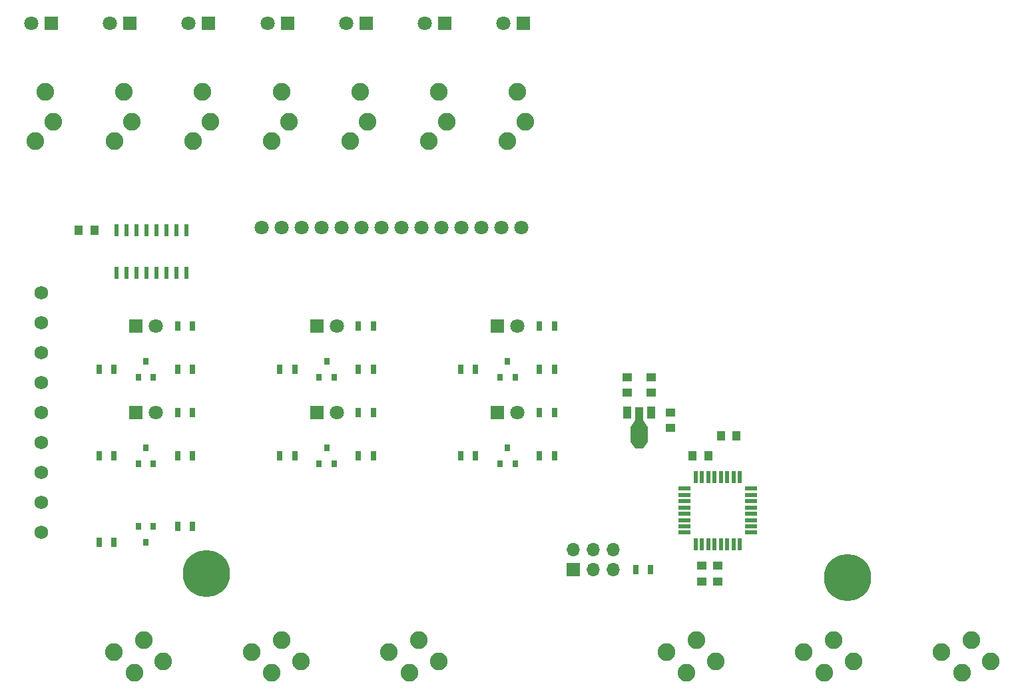
<source format=gts>
G04 #@! TF.GenerationSoftware,KiCad,Pcbnew,(5.1.7)-1*
G04 #@! TF.CreationDate,2022-05-13T22:16:48+02:00*
G04 #@! TF.ProjectId,Anzeige-Modul,416e7a65-6967-4652-9d4d-6f64756c2e6b,rev?*
G04 #@! TF.SameCoordinates,Original*
G04 #@! TF.FileFunction,Soldermask,Top*
G04 #@! TF.FilePolarity,Negative*
%FSLAX46Y46*%
G04 Gerber Fmt 4.6, Leading zero omitted, Abs format (unit mm)*
G04 Created by KiCad (PCBNEW (5.1.7)-1) date 2022-05-13 22:16:48*
%MOMM*%
%LPD*%
G01*
G04 APERTURE LIST*
%ADD10C,1.800000*%
%ADD11C,1.750000*%
%ADD12C,2.250000*%
%ADD13R,1.000000X1.250000*%
%ADD14R,0.600000X1.500000*%
%ADD15R,1.800000X1.800000*%
%ADD16R,0.800000X0.900000*%
%ADD17R,1.250000X1.000000*%
%ADD18R,0.700000X1.300000*%
%ADD19R,0.550000X1.600000*%
%ADD20R,1.600000X0.550000*%
%ADD21C,0.100000*%
%ADD22R,2.200000X1.840000*%
%ADD23R,1.000000X1.500000*%
%ADD24R,1.000000X1.800000*%
%ADD25R,1.700000X1.700000*%
%ADD26O,1.700000X1.700000*%
%ADD27C,6.000000*%
G04 APERTURE END LIST*
D10*
X82480000Y-49000000D03*
X79940000Y-49000000D03*
X77400000Y-49000000D03*
X74860000Y-49000000D03*
X72320000Y-49000000D03*
X69780000Y-49000000D03*
X67240000Y-49000000D03*
X64700000Y-49000000D03*
X62160000Y-49000000D03*
X59620000Y-49000000D03*
X57080000Y-49000000D03*
X54540000Y-49000000D03*
X52000000Y-49000000D03*
X85020000Y-49000000D03*
D11*
X24000000Y-57260000D03*
X24000000Y-61070000D03*
X24000000Y-64880000D03*
X24000000Y-68690000D03*
X24000000Y-72500000D03*
X24000000Y-76310000D03*
X24000000Y-80120000D03*
X24000000Y-83930000D03*
X24000000Y-87740000D03*
D12*
X83250000Y-38000000D03*
X85500000Y-35500000D03*
X84500000Y-31750000D03*
X73250000Y-38000000D03*
X75500000Y-35500000D03*
X74500000Y-31750000D03*
X63250000Y-38000000D03*
X65500000Y-35500000D03*
X64500000Y-31750000D03*
X53250000Y-38000000D03*
X55500000Y-35500000D03*
X54500000Y-31750000D03*
X43250000Y-38000000D03*
X45500000Y-35500000D03*
X44500000Y-31750000D03*
X33250000Y-38000000D03*
X35500000Y-35500000D03*
X34500000Y-31750000D03*
X23250000Y-38000000D03*
X25500000Y-35500000D03*
X24500000Y-31750000D03*
D13*
X28750000Y-49300000D03*
X30750000Y-49300000D03*
D14*
X33555000Y-54700000D03*
X34825000Y-54700000D03*
X36095000Y-54700000D03*
X37365000Y-54700000D03*
X38635000Y-54700000D03*
X39905000Y-54700000D03*
X41175000Y-54700000D03*
X42445000Y-54700000D03*
X42445000Y-49300000D03*
X41175000Y-49300000D03*
X39905000Y-49300000D03*
X38635000Y-49300000D03*
X37365000Y-49300000D03*
X36095000Y-49300000D03*
X34825000Y-49300000D03*
X33555000Y-49300000D03*
D15*
X85270000Y-23000000D03*
D10*
X82730000Y-23000000D03*
D15*
X75270000Y-23000000D03*
D10*
X72730000Y-23000000D03*
D15*
X65270000Y-23000000D03*
D10*
X62730000Y-23000000D03*
D15*
X55270000Y-23000000D03*
D10*
X52730000Y-23000000D03*
D15*
X45270000Y-23000000D03*
D10*
X42730000Y-23000000D03*
D15*
X35270000Y-23000000D03*
D10*
X32730000Y-23000000D03*
D15*
X25270000Y-23000000D03*
D10*
X22730000Y-23000000D03*
D16*
X38220000Y-87000000D03*
X36320000Y-87000000D03*
X37270000Y-89000000D03*
D12*
X39500000Y-104200000D03*
X35800000Y-105600000D03*
X33200000Y-103000000D03*
X37000000Y-101500000D03*
X57000000Y-104200000D03*
X53300000Y-105600000D03*
X50700000Y-103000000D03*
X54500000Y-101500000D03*
X74500000Y-104200000D03*
X70800000Y-105600000D03*
X68200000Y-103000000D03*
X72000000Y-101500000D03*
X109750000Y-104200000D03*
X106050000Y-105600000D03*
X103450000Y-103000000D03*
X107250000Y-101500000D03*
X144750000Y-104200000D03*
X141050000Y-105600000D03*
X138450000Y-103000000D03*
X142250000Y-101500000D03*
X127250000Y-104200000D03*
X123550000Y-105600000D03*
X120950000Y-103000000D03*
X124750000Y-101500000D03*
D17*
X108000000Y-94000000D03*
X108000000Y-92000000D03*
D13*
X106800000Y-78000000D03*
X108800000Y-78000000D03*
X112400000Y-75500000D03*
X110400000Y-75500000D03*
D17*
X104000000Y-74500000D03*
X104000000Y-72500000D03*
D18*
X101450000Y-92500000D03*
X99550000Y-92500000D03*
D17*
X110000000Y-92000000D03*
X110000000Y-94000000D03*
D19*
X112800000Y-80750000D03*
X112000000Y-80750000D03*
X111200000Y-80750000D03*
X110400000Y-80750000D03*
X109600000Y-80750000D03*
X108800000Y-80750000D03*
X108000000Y-80750000D03*
X107200000Y-80750000D03*
D20*
X105750000Y-82200000D03*
X105750000Y-83000000D03*
X105750000Y-83800000D03*
X105750000Y-84600000D03*
X105750000Y-85400000D03*
X105750000Y-86200000D03*
X105750000Y-87000000D03*
X105750000Y-87800000D03*
D19*
X107200000Y-89250000D03*
X108000000Y-89250000D03*
X108800000Y-89250000D03*
X109600000Y-89250000D03*
X110400000Y-89250000D03*
X111200000Y-89250000D03*
X112000000Y-89250000D03*
X112800000Y-89250000D03*
D20*
X114250000Y-87800000D03*
X114250000Y-87000000D03*
X114250000Y-86200000D03*
X114250000Y-85400000D03*
X114250000Y-84600000D03*
X114250000Y-83800000D03*
X114250000Y-83000000D03*
X114250000Y-82200000D03*
D15*
X36000000Y-61500000D03*
D10*
X38540000Y-61500000D03*
D15*
X59000000Y-61500000D03*
D10*
X61540000Y-61500000D03*
D15*
X82000000Y-61500000D03*
D10*
X84540000Y-61500000D03*
D15*
X36000000Y-72500000D03*
D10*
X38540000Y-72500000D03*
D15*
X59000000Y-72500000D03*
D10*
X61540000Y-72500000D03*
D15*
X82000000Y-72500000D03*
D10*
X84540000Y-72500000D03*
D18*
X41320000Y-61500000D03*
X43220000Y-61500000D03*
X64320000Y-61500000D03*
X66220000Y-61500000D03*
X87320000Y-61500000D03*
X89220000Y-61500000D03*
X41320000Y-72500000D03*
X43220000Y-72500000D03*
X64320000Y-72500000D03*
X66220000Y-72500000D03*
X87320000Y-72500000D03*
X89220000Y-72500000D03*
D16*
X36320000Y-68000000D03*
X38220000Y-68000000D03*
X37270000Y-66000000D03*
X59320000Y-68000000D03*
X61220000Y-68000000D03*
X60270000Y-66000000D03*
X82320000Y-68000000D03*
X84220000Y-68000000D03*
X83270000Y-66000000D03*
X36320000Y-79000000D03*
X38220000Y-79000000D03*
X37270000Y-77000000D03*
X59320000Y-79000000D03*
X61220000Y-79000000D03*
X60270000Y-77000000D03*
X82320000Y-79000000D03*
X84220000Y-79000000D03*
X83270000Y-77000000D03*
D18*
X41320000Y-67000000D03*
X43220000Y-67000000D03*
X64320000Y-67000000D03*
X66220000Y-67000000D03*
X87320000Y-67000000D03*
X89220000Y-67000000D03*
X41320000Y-78000000D03*
X43220000Y-78000000D03*
X64320000Y-78000000D03*
X66220000Y-78000000D03*
X89220000Y-78000000D03*
X87320000Y-78000000D03*
X31320000Y-67000000D03*
X33220000Y-67000000D03*
X54320000Y-67000000D03*
X56220000Y-67000000D03*
X77320000Y-67000000D03*
X79220000Y-67000000D03*
X31320000Y-78000000D03*
X33220000Y-78000000D03*
X54320000Y-78000000D03*
X56220000Y-78000000D03*
X77320000Y-78000000D03*
X79220000Y-78000000D03*
D21*
G36*
X98900000Y-74403800D02*
G01*
X99600000Y-73403800D01*
X100400000Y-73403800D01*
X101100000Y-74403800D01*
X98900000Y-74403800D01*
G37*
D22*
X100000000Y-75313500D03*
D23*
X98500000Y-72500000D03*
D24*
X100000000Y-72646500D03*
D23*
X101500000Y-72500000D03*
D21*
G36*
X101100000Y-76222000D02*
G01*
X100500000Y-77072000D01*
X99500000Y-77072000D01*
X98900000Y-76222000D01*
X101100000Y-76222000D01*
G37*
D25*
X91585000Y-92500000D03*
D26*
X91585000Y-89960000D03*
X94125000Y-92500000D03*
X94125000Y-89960000D03*
X96665000Y-92500000D03*
X96665000Y-89960000D03*
D27*
X45000000Y-93000000D03*
X126500000Y-93500000D03*
D18*
X43220000Y-87000000D03*
X41320000Y-87000000D03*
X31320000Y-89000000D03*
X33220000Y-89000000D03*
D17*
X98500000Y-68000000D03*
X98500000Y-70000000D03*
X101500000Y-68000000D03*
X101500000Y-70000000D03*
M02*

</source>
